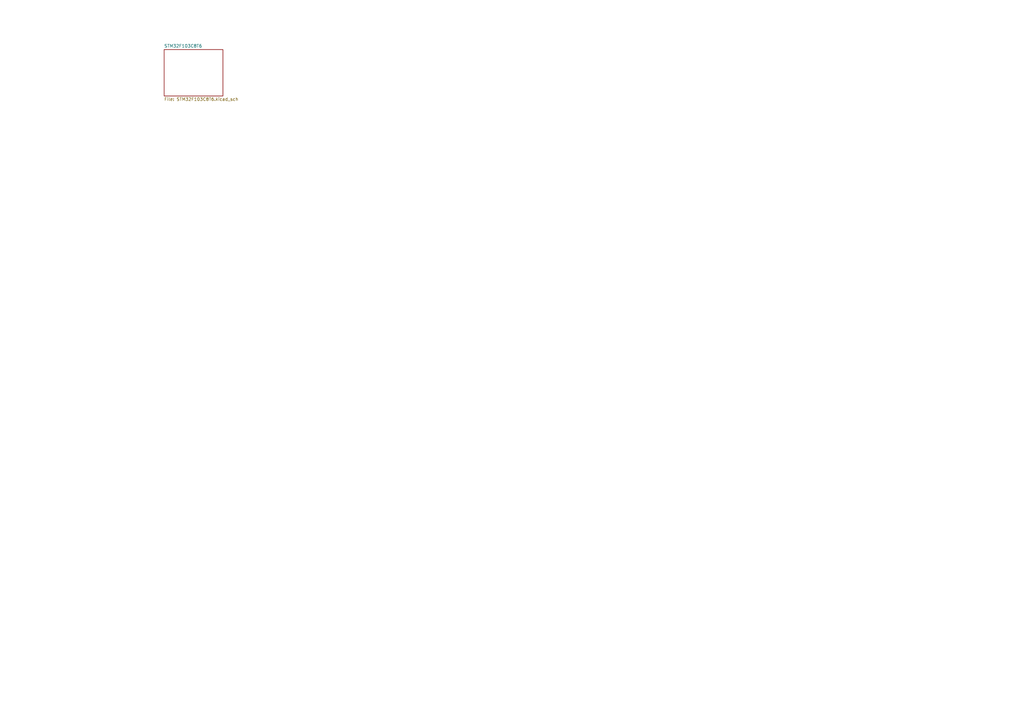
<source format=kicad_sch>
(kicad_sch
	(version 20231120)
	(generator "eeschema")
	(generator_version "8.0")
	(uuid "d34814f7-e3e4-4bb0-9548-ee5f29b2e1c7")
	(paper "A3")
	(lib_symbols)
	(sheet
		(at 67.31 20.32)
		(size 24.13 19.05)
		(fields_autoplaced yes)
		(stroke
			(width 0.1524)
			(type solid)
		)
		(fill
			(color 0 0 0 0.0000)
		)
		(uuid "358da865-c3bf-49ff-a375-e0e47a547e90")
		(property "Sheetname" "STM32F103C8T6"
			(at 67.31 19.6084 0)
			(effects
				(font
					(size 1.27 1.27)
				)
				(justify left bottom)
			)
		)
		(property "Sheetfile" "STM32F103C8T6.kicad_sch"
			(at 67.31 39.9546 0)
			(effects
				(font
					(size 1.27 1.27)
				)
				(justify left top)
			)
		)
		(instances
			(project "Toolhead_board"
				(path "/d34814f7-e3e4-4bb0-9548-ee5f29b2e1c7"
					(page "2")
				)
			)
		)
	)
	(sheet_instances
		(path "/"
			(page "1")
		)
	)
)
</source>
